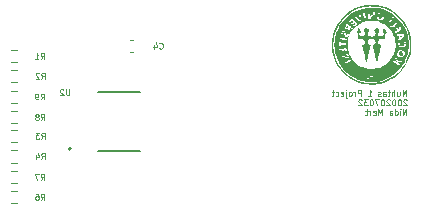
<source format=gbr>
%TF.GenerationSoftware,KiCad,Pcbnew,8.0.7*%
%TF.CreationDate,2024-12-14T18:53:43+03:00*%
%TF.ProjectId,pmod_esp32_4_layer.kicad_sch,706d6f64-5f65-4737-9033-325f345f6c61,rev?*%
%TF.SameCoordinates,Original*%
%TF.FileFunction,Legend,Bot*%
%TF.FilePolarity,Positive*%
%FSLAX46Y46*%
G04 Gerber Fmt 4.6, Leading zero omitted, Abs format (unit mm)*
G04 Created by KiCad (PCBNEW 8.0.7) date 2024-12-14 18:53:43*
%MOMM*%
%LPD*%
G01*
G04 APERTURE LIST*
%ADD10C,0.125000*%
%ADD11C,0.100000*%
%ADD12C,0.120000*%
%ADD13C,0.000000*%
%ADD14C,0.127000*%
%ADD15C,0.200000*%
G04 APERTURE END LIST*
D10*
X170898716Y-101722365D02*
X170898716Y-101222365D01*
X170898716Y-101222365D02*
X170732049Y-101579508D01*
X170732049Y-101579508D02*
X170565383Y-101222365D01*
X170565383Y-101222365D02*
X170565383Y-101722365D01*
X170113001Y-101389032D02*
X170113001Y-101722365D01*
X170327287Y-101389032D02*
X170327287Y-101650936D01*
X170327287Y-101650936D02*
X170303477Y-101698556D01*
X170303477Y-101698556D02*
X170255858Y-101722365D01*
X170255858Y-101722365D02*
X170184430Y-101722365D01*
X170184430Y-101722365D02*
X170136811Y-101698556D01*
X170136811Y-101698556D02*
X170113001Y-101674746D01*
X169874906Y-101722365D02*
X169874906Y-101222365D01*
X169660620Y-101722365D02*
X169660620Y-101460460D01*
X169660620Y-101460460D02*
X169684430Y-101412841D01*
X169684430Y-101412841D02*
X169732049Y-101389032D01*
X169732049Y-101389032D02*
X169803477Y-101389032D01*
X169803477Y-101389032D02*
X169851096Y-101412841D01*
X169851096Y-101412841D02*
X169874906Y-101436651D01*
X169493953Y-101389032D02*
X169303477Y-101389032D01*
X169422525Y-101222365D02*
X169422525Y-101650936D01*
X169422525Y-101650936D02*
X169398715Y-101698556D01*
X169398715Y-101698556D02*
X169351096Y-101722365D01*
X169351096Y-101722365D02*
X169303477Y-101722365D01*
X168922525Y-101722365D02*
X168922525Y-101460460D01*
X168922525Y-101460460D02*
X168946335Y-101412841D01*
X168946335Y-101412841D02*
X168993954Y-101389032D01*
X168993954Y-101389032D02*
X169089192Y-101389032D01*
X169089192Y-101389032D02*
X169136811Y-101412841D01*
X168922525Y-101698556D02*
X168970144Y-101722365D01*
X168970144Y-101722365D02*
X169089192Y-101722365D01*
X169089192Y-101722365D02*
X169136811Y-101698556D01*
X169136811Y-101698556D02*
X169160620Y-101650936D01*
X169160620Y-101650936D02*
X169160620Y-101603317D01*
X169160620Y-101603317D02*
X169136811Y-101555698D01*
X169136811Y-101555698D02*
X169089192Y-101531889D01*
X169089192Y-101531889D02*
X168970144Y-101531889D01*
X168970144Y-101531889D02*
X168922525Y-101508079D01*
X168708239Y-101698556D02*
X168660620Y-101722365D01*
X168660620Y-101722365D02*
X168565382Y-101722365D01*
X168565382Y-101722365D02*
X168517763Y-101698556D01*
X168517763Y-101698556D02*
X168493954Y-101650936D01*
X168493954Y-101650936D02*
X168493954Y-101627127D01*
X168493954Y-101627127D02*
X168517763Y-101579508D01*
X168517763Y-101579508D02*
X168565382Y-101555698D01*
X168565382Y-101555698D02*
X168636811Y-101555698D01*
X168636811Y-101555698D02*
X168684430Y-101531889D01*
X168684430Y-101531889D02*
X168708239Y-101484270D01*
X168708239Y-101484270D02*
X168708239Y-101460460D01*
X168708239Y-101460460D02*
X168684430Y-101412841D01*
X168684430Y-101412841D02*
X168636811Y-101389032D01*
X168636811Y-101389032D02*
X168565382Y-101389032D01*
X168565382Y-101389032D02*
X168517763Y-101412841D01*
X167636811Y-101722365D02*
X167922525Y-101722365D01*
X167779668Y-101722365D02*
X167779668Y-101222365D01*
X167779668Y-101222365D02*
X167827287Y-101293794D01*
X167827287Y-101293794D02*
X167874906Y-101341413D01*
X167874906Y-101341413D02*
X167922525Y-101365222D01*
X167041574Y-101722365D02*
X167041574Y-101222365D01*
X167041574Y-101222365D02*
X166851098Y-101222365D01*
X166851098Y-101222365D02*
X166803479Y-101246175D01*
X166803479Y-101246175D02*
X166779669Y-101269984D01*
X166779669Y-101269984D02*
X166755860Y-101317603D01*
X166755860Y-101317603D02*
X166755860Y-101389032D01*
X166755860Y-101389032D02*
X166779669Y-101436651D01*
X166779669Y-101436651D02*
X166803479Y-101460460D01*
X166803479Y-101460460D02*
X166851098Y-101484270D01*
X166851098Y-101484270D02*
X167041574Y-101484270D01*
X166541574Y-101722365D02*
X166541574Y-101389032D01*
X166541574Y-101484270D02*
X166517764Y-101436651D01*
X166517764Y-101436651D02*
X166493955Y-101412841D01*
X166493955Y-101412841D02*
X166446336Y-101389032D01*
X166446336Y-101389032D02*
X166398717Y-101389032D01*
X166160621Y-101722365D02*
X166208240Y-101698556D01*
X166208240Y-101698556D02*
X166232050Y-101674746D01*
X166232050Y-101674746D02*
X166255859Y-101627127D01*
X166255859Y-101627127D02*
X166255859Y-101484270D01*
X166255859Y-101484270D02*
X166232050Y-101436651D01*
X166232050Y-101436651D02*
X166208240Y-101412841D01*
X166208240Y-101412841D02*
X166160621Y-101389032D01*
X166160621Y-101389032D02*
X166089193Y-101389032D01*
X166089193Y-101389032D02*
X166041574Y-101412841D01*
X166041574Y-101412841D02*
X166017764Y-101436651D01*
X166017764Y-101436651D02*
X165993955Y-101484270D01*
X165993955Y-101484270D02*
X165993955Y-101627127D01*
X165993955Y-101627127D02*
X166017764Y-101674746D01*
X166017764Y-101674746D02*
X166041574Y-101698556D01*
X166041574Y-101698556D02*
X166089193Y-101722365D01*
X166089193Y-101722365D02*
X166160621Y-101722365D01*
X165779669Y-101389032D02*
X165779669Y-101817603D01*
X165779669Y-101817603D02*
X165803478Y-101865222D01*
X165803478Y-101865222D02*
X165851097Y-101889032D01*
X165851097Y-101889032D02*
X165874907Y-101889032D01*
X165779669Y-101222365D02*
X165803478Y-101246175D01*
X165803478Y-101246175D02*
X165779669Y-101269984D01*
X165779669Y-101269984D02*
X165755859Y-101246175D01*
X165755859Y-101246175D02*
X165779669Y-101222365D01*
X165779669Y-101222365D02*
X165779669Y-101269984D01*
X165351098Y-101698556D02*
X165398717Y-101722365D01*
X165398717Y-101722365D02*
X165493955Y-101722365D01*
X165493955Y-101722365D02*
X165541574Y-101698556D01*
X165541574Y-101698556D02*
X165565383Y-101650936D01*
X165565383Y-101650936D02*
X165565383Y-101460460D01*
X165565383Y-101460460D02*
X165541574Y-101412841D01*
X165541574Y-101412841D02*
X165493955Y-101389032D01*
X165493955Y-101389032D02*
X165398717Y-101389032D01*
X165398717Y-101389032D02*
X165351098Y-101412841D01*
X165351098Y-101412841D02*
X165327288Y-101460460D01*
X165327288Y-101460460D02*
X165327288Y-101508079D01*
X165327288Y-101508079D02*
X165565383Y-101555698D01*
X164898717Y-101698556D02*
X164946336Y-101722365D01*
X164946336Y-101722365D02*
X165041574Y-101722365D01*
X165041574Y-101722365D02*
X165089193Y-101698556D01*
X165089193Y-101698556D02*
X165113003Y-101674746D01*
X165113003Y-101674746D02*
X165136812Y-101627127D01*
X165136812Y-101627127D02*
X165136812Y-101484270D01*
X165136812Y-101484270D02*
X165113003Y-101436651D01*
X165113003Y-101436651D02*
X165089193Y-101412841D01*
X165089193Y-101412841D02*
X165041574Y-101389032D01*
X165041574Y-101389032D02*
X164946336Y-101389032D01*
X164946336Y-101389032D02*
X164898717Y-101412841D01*
X164755860Y-101389032D02*
X164565384Y-101389032D01*
X164684432Y-101222365D02*
X164684432Y-101650936D01*
X164684432Y-101650936D02*
X164660622Y-101698556D01*
X164660622Y-101698556D02*
X164613003Y-101722365D01*
X164613003Y-101722365D02*
X164565384Y-101722365D01*
X170922525Y-102074956D02*
X170898716Y-102051147D01*
X170898716Y-102051147D02*
X170851097Y-102027337D01*
X170851097Y-102027337D02*
X170732049Y-102027337D01*
X170732049Y-102027337D02*
X170684430Y-102051147D01*
X170684430Y-102051147D02*
X170660621Y-102074956D01*
X170660621Y-102074956D02*
X170636811Y-102122575D01*
X170636811Y-102122575D02*
X170636811Y-102170194D01*
X170636811Y-102170194D02*
X170660621Y-102241623D01*
X170660621Y-102241623D02*
X170946335Y-102527337D01*
X170946335Y-102527337D02*
X170636811Y-102527337D01*
X170327288Y-102027337D02*
X170279669Y-102027337D01*
X170279669Y-102027337D02*
X170232050Y-102051147D01*
X170232050Y-102051147D02*
X170208240Y-102074956D01*
X170208240Y-102074956D02*
X170184431Y-102122575D01*
X170184431Y-102122575D02*
X170160621Y-102217813D01*
X170160621Y-102217813D02*
X170160621Y-102336861D01*
X170160621Y-102336861D02*
X170184431Y-102432099D01*
X170184431Y-102432099D02*
X170208240Y-102479718D01*
X170208240Y-102479718D02*
X170232050Y-102503528D01*
X170232050Y-102503528D02*
X170279669Y-102527337D01*
X170279669Y-102527337D02*
X170327288Y-102527337D01*
X170327288Y-102527337D02*
X170374907Y-102503528D01*
X170374907Y-102503528D02*
X170398716Y-102479718D01*
X170398716Y-102479718D02*
X170422526Y-102432099D01*
X170422526Y-102432099D02*
X170446335Y-102336861D01*
X170446335Y-102336861D02*
X170446335Y-102217813D01*
X170446335Y-102217813D02*
X170422526Y-102122575D01*
X170422526Y-102122575D02*
X170398716Y-102074956D01*
X170398716Y-102074956D02*
X170374907Y-102051147D01*
X170374907Y-102051147D02*
X170327288Y-102027337D01*
X169851098Y-102027337D02*
X169803479Y-102027337D01*
X169803479Y-102027337D02*
X169755860Y-102051147D01*
X169755860Y-102051147D02*
X169732050Y-102074956D01*
X169732050Y-102074956D02*
X169708241Y-102122575D01*
X169708241Y-102122575D02*
X169684431Y-102217813D01*
X169684431Y-102217813D02*
X169684431Y-102336861D01*
X169684431Y-102336861D02*
X169708241Y-102432099D01*
X169708241Y-102432099D02*
X169732050Y-102479718D01*
X169732050Y-102479718D02*
X169755860Y-102503528D01*
X169755860Y-102503528D02*
X169803479Y-102527337D01*
X169803479Y-102527337D02*
X169851098Y-102527337D01*
X169851098Y-102527337D02*
X169898717Y-102503528D01*
X169898717Y-102503528D02*
X169922526Y-102479718D01*
X169922526Y-102479718D02*
X169946336Y-102432099D01*
X169946336Y-102432099D02*
X169970145Y-102336861D01*
X169970145Y-102336861D02*
X169970145Y-102217813D01*
X169970145Y-102217813D02*
X169946336Y-102122575D01*
X169946336Y-102122575D02*
X169922526Y-102074956D01*
X169922526Y-102074956D02*
X169898717Y-102051147D01*
X169898717Y-102051147D02*
X169851098Y-102027337D01*
X169493955Y-102074956D02*
X169470146Y-102051147D01*
X169470146Y-102051147D02*
X169422527Y-102027337D01*
X169422527Y-102027337D02*
X169303479Y-102027337D01*
X169303479Y-102027337D02*
X169255860Y-102051147D01*
X169255860Y-102051147D02*
X169232051Y-102074956D01*
X169232051Y-102074956D02*
X169208241Y-102122575D01*
X169208241Y-102122575D02*
X169208241Y-102170194D01*
X169208241Y-102170194D02*
X169232051Y-102241623D01*
X169232051Y-102241623D02*
X169517765Y-102527337D01*
X169517765Y-102527337D02*
X169208241Y-102527337D01*
X168898718Y-102027337D02*
X168851099Y-102027337D01*
X168851099Y-102027337D02*
X168803480Y-102051147D01*
X168803480Y-102051147D02*
X168779670Y-102074956D01*
X168779670Y-102074956D02*
X168755861Y-102122575D01*
X168755861Y-102122575D02*
X168732051Y-102217813D01*
X168732051Y-102217813D02*
X168732051Y-102336861D01*
X168732051Y-102336861D02*
X168755861Y-102432099D01*
X168755861Y-102432099D02*
X168779670Y-102479718D01*
X168779670Y-102479718D02*
X168803480Y-102503528D01*
X168803480Y-102503528D02*
X168851099Y-102527337D01*
X168851099Y-102527337D02*
X168898718Y-102527337D01*
X168898718Y-102527337D02*
X168946337Y-102503528D01*
X168946337Y-102503528D02*
X168970146Y-102479718D01*
X168970146Y-102479718D02*
X168993956Y-102432099D01*
X168993956Y-102432099D02*
X169017765Y-102336861D01*
X169017765Y-102336861D02*
X169017765Y-102217813D01*
X169017765Y-102217813D02*
X168993956Y-102122575D01*
X168993956Y-102122575D02*
X168970146Y-102074956D01*
X168970146Y-102074956D02*
X168946337Y-102051147D01*
X168946337Y-102051147D02*
X168898718Y-102027337D01*
X168565385Y-102027337D02*
X168232052Y-102027337D01*
X168232052Y-102027337D02*
X168446337Y-102527337D01*
X167946338Y-102027337D02*
X167898719Y-102027337D01*
X167898719Y-102027337D02*
X167851100Y-102051147D01*
X167851100Y-102051147D02*
X167827290Y-102074956D01*
X167827290Y-102074956D02*
X167803481Y-102122575D01*
X167803481Y-102122575D02*
X167779671Y-102217813D01*
X167779671Y-102217813D02*
X167779671Y-102336861D01*
X167779671Y-102336861D02*
X167803481Y-102432099D01*
X167803481Y-102432099D02*
X167827290Y-102479718D01*
X167827290Y-102479718D02*
X167851100Y-102503528D01*
X167851100Y-102503528D02*
X167898719Y-102527337D01*
X167898719Y-102527337D02*
X167946338Y-102527337D01*
X167946338Y-102527337D02*
X167993957Y-102503528D01*
X167993957Y-102503528D02*
X168017766Y-102479718D01*
X168017766Y-102479718D02*
X168041576Y-102432099D01*
X168041576Y-102432099D02*
X168065385Y-102336861D01*
X168065385Y-102336861D02*
X168065385Y-102217813D01*
X168065385Y-102217813D02*
X168041576Y-102122575D01*
X168041576Y-102122575D02*
X168017766Y-102074956D01*
X168017766Y-102074956D02*
X167993957Y-102051147D01*
X167993957Y-102051147D02*
X167946338Y-102027337D01*
X167613005Y-102027337D02*
X167303481Y-102027337D01*
X167303481Y-102027337D02*
X167470148Y-102217813D01*
X167470148Y-102217813D02*
X167398719Y-102217813D01*
X167398719Y-102217813D02*
X167351100Y-102241623D01*
X167351100Y-102241623D02*
X167327291Y-102265432D01*
X167327291Y-102265432D02*
X167303481Y-102313051D01*
X167303481Y-102313051D02*
X167303481Y-102432099D01*
X167303481Y-102432099D02*
X167327291Y-102479718D01*
X167327291Y-102479718D02*
X167351100Y-102503528D01*
X167351100Y-102503528D02*
X167398719Y-102527337D01*
X167398719Y-102527337D02*
X167541576Y-102527337D01*
X167541576Y-102527337D02*
X167589195Y-102503528D01*
X167589195Y-102503528D02*
X167613005Y-102479718D01*
X167113005Y-102074956D02*
X167089196Y-102051147D01*
X167089196Y-102051147D02*
X167041577Y-102027337D01*
X167041577Y-102027337D02*
X166922529Y-102027337D01*
X166922529Y-102027337D02*
X166874910Y-102051147D01*
X166874910Y-102051147D02*
X166851101Y-102074956D01*
X166851101Y-102074956D02*
X166827291Y-102122575D01*
X166827291Y-102122575D02*
X166827291Y-102170194D01*
X166827291Y-102170194D02*
X166851101Y-102241623D01*
X166851101Y-102241623D02*
X167136815Y-102527337D01*
X167136815Y-102527337D02*
X166827291Y-102527337D01*
X170898716Y-103332309D02*
X170898716Y-102832309D01*
X170898716Y-102832309D02*
X170613002Y-103332309D01*
X170613002Y-103332309D02*
X170613002Y-102832309D01*
X170374906Y-103332309D02*
X170374906Y-102998976D01*
X170374906Y-102832309D02*
X170398715Y-102856119D01*
X170398715Y-102856119D02*
X170374906Y-102879928D01*
X170374906Y-102879928D02*
X170351096Y-102856119D01*
X170351096Y-102856119D02*
X170374906Y-102832309D01*
X170374906Y-102832309D02*
X170374906Y-102879928D01*
X169922525Y-103332309D02*
X169922525Y-102832309D01*
X169922525Y-103308500D02*
X169970144Y-103332309D01*
X169970144Y-103332309D02*
X170065382Y-103332309D01*
X170065382Y-103332309D02*
X170113001Y-103308500D01*
X170113001Y-103308500D02*
X170136811Y-103284690D01*
X170136811Y-103284690D02*
X170160620Y-103237071D01*
X170160620Y-103237071D02*
X170160620Y-103094214D01*
X170160620Y-103094214D02*
X170136811Y-103046595D01*
X170136811Y-103046595D02*
X170113001Y-103022785D01*
X170113001Y-103022785D02*
X170065382Y-102998976D01*
X170065382Y-102998976D02*
X169970144Y-102998976D01*
X169970144Y-102998976D02*
X169922525Y-103022785D01*
X169470144Y-103332309D02*
X169470144Y-103070404D01*
X169470144Y-103070404D02*
X169493954Y-103022785D01*
X169493954Y-103022785D02*
X169541573Y-102998976D01*
X169541573Y-102998976D02*
X169636811Y-102998976D01*
X169636811Y-102998976D02*
X169684430Y-103022785D01*
X169470144Y-103308500D02*
X169517763Y-103332309D01*
X169517763Y-103332309D02*
X169636811Y-103332309D01*
X169636811Y-103332309D02*
X169684430Y-103308500D01*
X169684430Y-103308500D02*
X169708239Y-103260880D01*
X169708239Y-103260880D02*
X169708239Y-103213261D01*
X169708239Y-103213261D02*
X169684430Y-103165642D01*
X169684430Y-103165642D02*
X169636811Y-103141833D01*
X169636811Y-103141833D02*
X169517763Y-103141833D01*
X169517763Y-103141833D02*
X169470144Y-103118023D01*
X168851097Y-103332309D02*
X168851097Y-102832309D01*
X168851097Y-102832309D02*
X168684430Y-103189452D01*
X168684430Y-103189452D02*
X168517764Y-102832309D01*
X168517764Y-102832309D02*
X168517764Y-103332309D01*
X168089192Y-103308500D02*
X168136811Y-103332309D01*
X168136811Y-103332309D02*
X168232049Y-103332309D01*
X168232049Y-103332309D02*
X168279668Y-103308500D01*
X168279668Y-103308500D02*
X168303477Y-103260880D01*
X168303477Y-103260880D02*
X168303477Y-103070404D01*
X168303477Y-103070404D02*
X168279668Y-103022785D01*
X168279668Y-103022785D02*
X168232049Y-102998976D01*
X168232049Y-102998976D02*
X168136811Y-102998976D01*
X168136811Y-102998976D02*
X168089192Y-103022785D01*
X168089192Y-103022785D02*
X168065382Y-103070404D01*
X168065382Y-103070404D02*
X168065382Y-103118023D01*
X168065382Y-103118023D02*
X168303477Y-103165642D01*
X167851097Y-103332309D02*
X167851097Y-102998976D01*
X167851097Y-103094214D02*
X167827287Y-103046595D01*
X167827287Y-103046595D02*
X167803478Y-103022785D01*
X167803478Y-103022785D02*
X167755859Y-102998976D01*
X167755859Y-102998976D02*
X167708240Y-102998976D01*
X167613001Y-102998976D02*
X167422525Y-102998976D01*
X167541573Y-102832309D02*
X167541573Y-103260880D01*
X167541573Y-103260880D02*
X167517763Y-103308500D01*
X167517763Y-103308500D02*
X167470144Y-103332309D01*
X167470144Y-103332309D02*
X167422525Y-103332309D01*
D11*
X139933333Y-108842777D02*
X140099999Y-108604682D01*
X140219047Y-108842777D02*
X140219047Y-108342777D01*
X140219047Y-108342777D02*
X140028571Y-108342777D01*
X140028571Y-108342777D02*
X139980952Y-108366587D01*
X139980952Y-108366587D02*
X139957142Y-108390396D01*
X139957142Y-108390396D02*
X139933333Y-108438015D01*
X139933333Y-108438015D02*
X139933333Y-108509444D01*
X139933333Y-108509444D02*
X139957142Y-108557063D01*
X139957142Y-108557063D02*
X139980952Y-108580872D01*
X139980952Y-108580872D02*
X140028571Y-108604682D01*
X140028571Y-108604682D02*
X140219047Y-108604682D01*
X139766666Y-108342777D02*
X139433333Y-108342777D01*
X139433333Y-108342777D02*
X139647618Y-108842777D01*
X139933333Y-98604683D02*
X140099999Y-98366588D01*
X140219047Y-98604683D02*
X140219047Y-98104683D01*
X140219047Y-98104683D02*
X140028571Y-98104683D01*
X140028571Y-98104683D02*
X139980952Y-98128493D01*
X139980952Y-98128493D02*
X139957142Y-98152302D01*
X139957142Y-98152302D02*
X139933333Y-98199921D01*
X139933333Y-98199921D02*
X139933333Y-98271350D01*
X139933333Y-98271350D02*
X139957142Y-98318969D01*
X139957142Y-98318969D02*
X139980952Y-98342778D01*
X139980952Y-98342778D02*
X140028571Y-98366588D01*
X140028571Y-98366588D02*
X140219047Y-98366588D01*
X139457142Y-98604683D02*
X139742856Y-98604683D01*
X139599999Y-98604683D02*
X139599999Y-98104683D01*
X139599999Y-98104683D02*
X139647618Y-98176112D01*
X139647618Y-98176112D02*
X139695237Y-98223731D01*
X139695237Y-98223731D02*
X139742856Y-98247540D01*
X139995833Y-107061822D02*
X140162499Y-106823727D01*
X140281547Y-107061822D02*
X140281547Y-106561822D01*
X140281547Y-106561822D02*
X140091071Y-106561822D01*
X140091071Y-106561822D02*
X140043452Y-106585632D01*
X140043452Y-106585632D02*
X140019642Y-106609441D01*
X140019642Y-106609441D02*
X139995833Y-106657060D01*
X139995833Y-106657060D02*
X139995833Y-106728489D01*
X139995833Y-106728489D02*
X140019642Y-106776108D01*
X140019642Y-106776108D02*
X140043452Y-106799917D01*
X140043452Y-106799917D02*
X140091071Y-106823727D01*
X140091071Y-106823727D02*
X140281547Y-106823727D01*
X139567261Y-106728489D02*
X139567261Y-107061822D01*
X139686309Y-106538013D02*
X139805356Y-106895155D01*
X139805356Y-106895155D02*
X139495833Y-106895155D01*
X139945833Y-103776109D02*
X140112499Y-103538014D01*
X140231547Y-103776109D02*
X140231547Y-103276109D01*
X140231547Y-103276109D02*
X140041071Y-103276109D01*
X140041071Y-103276109D02*
X139993452Y-103299919D01*
X139993452Y-103299919D02*
X139969642Y-103323728D01*
X139969642Y-103323728D02*
X139945833Y-103371347D01*
X139945833Y-103371347D02*
X139945833Y-103442776D01*
X139945833Y-103442776D02*
X139969642Y-103490395D01*
X139969642Y-103490395D02*
X139993452Y-103514204D01*
X139993452Y-103514204D02*
X140041071Y-103538014D01*
X140041071Y-103538014D02*
X140231547Y-103538014D01*
X139660118Y-103490395D02*
X139707737Y-103466585D01*
X139707737Y-103466585D02*
X139731547Y-103442776D01*
X139731547Y-103442776D02*
X139755356Y-103395157D01*
X139755356Y-103395157D02*
X139755356Y-103371347D01*
X139755356Y-103371347D02*
X139731547Y-103323728D01*
X139731547Y-103323728D02*
X139707737Y-103299919D01*
X139707737Y-103299919D02*
X139660118Y-103276109D01*
X139660118Y-103276109D02*
X139564880Y-103276109D01*
X139564880Y-103276109D02*
X139517261Y-103299919D01*
X139517261Y-103299919D02*
X139493452Y-103323728D01*
X139493452Y-103323728D02*
X139469642Y-103371347D01*
X139469642Y-103371347D02*
X139469642Y-103395157D01*
X139469642Y-103395157D02*
X139493452Y-103442776D01*
X139493452Y-103442776D02*
X139517261Y-103466585D01*
X139517261Y-103466585D02*
X139564880Y-103490395D01*
X139564880Y-103490395D02*
X139660118Y-103490395D01*
X139660118Y-103490395D02*
X139707737Y-103514204D01*
X139707737Y-103514204D02*
X139731547Y-103538014D01*
X139731547Y-103538014D02*
X139755356Y-103585633D01*
X139755356Y-103585633D02*
X139755356Y-103680871D01*
X139755356Y-103680871D02*
X139731547Y-103728490D01*
X139731547Y-103728490D02*
X139707737Y-103752300D01*
X139707737Y-103752300D02*
X139660118Y-103776109D01*
X139660118Y-103776109D02*
X139564880Y-103776109D01*
X139564880Y-103776109D02*
X139517261Y-103752300D01*
X139517261Y-103752300D02*
X139493452Y-103728490D01*
X139493452Y-103728490D02*
X139469642Y-103680871D01*
X139469642Y-103680871D02*
X139469642Y-103585633D01*
X139469642Y-103585633D02*
X139493452Y-103538014D01*
X139493452Y-103538014D02*
X139517261Y-103514204D01*
X139517261Y-103514204D02*
X139564880Y-103490395D01*
X139983333Y-100283254D02*
X140149999Y-100045159D01*
X140269047Y-100283254D02*
X140269047Y-99783254D01*
X140269047Y-99783254D02*
X140078571Y-99783254D01*
X140078571Y-99783254D02*
X140030952Y-99807064D01*
X140030952Y-99807064D02*
X140007142Y-99830873D01*
X140007142Y-99830873D02*
X139983333Y-99878492D01*
X139983333Y-99878492D02*
X139983333Y-99949921D01*
X139983333Y-99949921D02*
X140007142Y-99997540D01*
X140007142Y-99997540D02*
X140030952Y-100021349D01*
X140030952Y-100021349D02*
X140078571Y-100045159D01*
X140078571Y-100045159D02*
X140269047Y-100045159D01*
X139792856Y-99830873D02*
X139769047Y-99807064D01*
X139769047Y-99807064D02*
X139721428Y-99783254D01*
X139721428Y-99783254D02*
X139602380Y-99783254D01*
X139602380Y-99783254D02*
X139554761Y-99807064D01*
X139554761Y-99807064D02*
X139530952Y-99830873D01*
X139530952Y-99830873D02*
X139507142Y-99878492D01*
X139507142Y-99878492D02*
X139507142Y-99926111D01*
X139507142Y-99926111D02*
X139530952Y-99997540D01*
X139530952Y-99997540D02*
X139816666Y-100283254D01*
X139816666Y-100283254D02*
X139507142Y-100283254D01*
X142360952Y-101151109D02*
X142360952Y-101555871D01*
X142360952Y-101555871D02*
X142337142Y-101603490D01*
X142337142Y-101603490D02*
X142313333Y-101627300D01*
X142313333Y-101627300D02*
X142265714Y-101651109D01*
X142265714Y-101651109D02*
X142170476Y-101651109D01*
X142170476Y-101651109D02*
X142122857Y-101627300D01*
X142122857Y-101627300D02*
X142099047Y-101603490D01*
X142099047Y-101603490D02*
X142075238Y-101555871D01*
X142075238Y-101555871D02*
X142075238Y-101151109D01*
X141860951Y-101198728D02*
X141837142Y-101174919D01*
X141837142Y-101174919D02*
X141789523Y-101151109D01*
X141789523Y-101151109D02*
X141670475Y-101151109D01*
X141670475Y-101151109D02*
X141622856Y-101174919D01*
X141622856Y-101174919D02*
X141599047Y-101198728D01*
X141599047Y-101198728D02*
X141575237Y-101246347D01*
X141575237Y-101246347D02*
X141575237Y-101293966D01*
X141575237Y-101293966D02*
X141599047Y-101365395D01*
X141599047Y-101365395D02*
X141884761Y-101651109D01*
X141884761Y-101651109D02*
X141575237Y-101651109D01*
X139933333Y-102026109D02*
X140099999Y-101788014D01*
X140219047Y-102026109D02*
X140219047Y-101526109D01*
X140219047Y-101526109D02*
X140028571Y-101526109D01*
X140028571Y-101526109D02*
X139980952Y-101549919D01*
X139980952Y-101549919D02*
X139957142Y-101573728D01*
X139957142Y-101573728D02*
X139933333Y-101621347D01*
X139933333Y-101621347D02*
X139933333Y-101692776D01*
X139933333Y-101692776D02*
X139957142Y-101740395D01*
X139957142Y-101740395D02*
X139980952Y-101764204D01*
X139980952Y-101764204D02*
X140028571Y-101788014D01*
X140028571Y-101788014D02*
X140219047Y-101788014D01*
X139695237Y-102026109D02*
X139599999Y-102026109D01*
X139599999Y-102026109D02*
X139552380Y-102002300D01*
X139552380Y-102002300D02*
X139528571Y-101978490D01*
X139528571Y-101978490D02*
X139480952Y-101907061D01*
X139480952Y-101907061D02*
X139457142Y-101811823D01*
X139457142Y-101811823D02*
X139457142Y-101621347D01*
X139457142Y-101621347D02*
X139480952Y-101573728D01*
X139480952Y-101573728D02*
X139504761Y-101549919D01*
X139504761Y-101549919D02*
X139552380Y-101526109D01*
X139552380Y-101526109D02*
X139647618Y-101526109D01*
X139647618Y-101526109D02*
X139695237Y-101549919D01*
X139695237Y-101549919D02*
X139719047Y-101573728D01*
X139719047Y-101573728D02*
X139742856Y-101621347D01*
X139742856Y-101621347D02*
X139742856Y-101740395D01*
X139742856Y-101740395D02*
X139719047Y-101788014D01*
X139719047Y-101788014D02*
X139695237Y-101811823D01*
X139695237Y-101811823D02*
X139647618Y-101835633D01*
X139647618Y-101835633D02*
X139552380Y-101835633D01*
X139552380Y-101835633D02*
X139504761Y-101811823D01*
X139504761Y-101811823D02*
X139480952Y-101788014D01*
X139480952Y-101788014D02*
X139457142Y-101740395D01*
X139945833Y-110533251D02*
X140112499Y-110295156D01*
X140231547Y-110533251D02*
X140231547Y-110033251D01*
X140231547Y-110033251D02*
X140041071Y-110033251D01*
X140041071Y-110033251D02*
X139993452Y-110057061D01*
X139993452Y-110057061D02*
X139969642Y-110080870D01*
X139969642Y-110080870D02*
X139945833Y-110128489D01*
X139945833Y-110128489D02*
X139945833Y-110199918D01*
X139945833Y-110199918D02*
X139969642Y-110247537D01*
X139969642Y-110247537D02*
X139993452Y-110271346D01*
X139993452Y-110271346D02*
X140041071Y-110295156D01*
X140041071Y-110295156D02*
X140231547Y-110295156D01*
X139517261Y-110033251D02*
X139612499Y-110033251D01*
X139612499Y-110033251D02*
X139660118Y-110057061D01*
X139660118Y-110057061D02*
X139683928Y-110080870D01*
X139683928Y-110080870D02*
X139731547Y-110152299D01*
X139731547Y-110152299D02*
X139755356Y-110247537D01*
X139755356Y-110247537D02*
X139755356Y-110438013D01*
X139755356Y-110438013D02*
X139731547Y-110485632D01*
X139731547Y-110485632D02*
X139707737Y-110509442D01*
X139707737Y-110509442D02*
X139660118Y-110533251D01*
X139660118Y-110533251D02*
X139564880Y-110533251D01*
X139564880Y-110533251D02*
X139517261Y-110509442D01*
X139517261Y-110509442D02*
X139493452Y-110485632D01*
X139493452Y-110485632D02*
X139469642Y-110438013D01*
X139469642Y-110438013D02*
X139469642Y-110318965D01*
X139469642Y-110318965D02*
X139493452Y-110271346D01*
X139493452Y-110271346D02*
X139517261Y-110247537D01*
X139517261Y-110247537D02*
X139564880Y-110223727D01*
X139564880Y-110223727D02*
X139660118Y-110223727D01*
X139660118Y-110223727D02*
X139707737Y-110247537D01*
X139707737Y-110247537D02*
X139731547Y-110271346D01*
X139731547Y-110271346D02*
X139755356Y-110318965D01*
X149970833Y-97678490D02*
X149994642Y-97702300D01*
X149994642Y-97702300D02*
X150066071Y-97726109D01*
X150066071Y-97726109D02*
X150113690Y-97726109D01*
X150113690Y-97726109D02*
X150185118Y-97702300D01*
X150185118Y-97702300D02*
X150232737Y-97654680D01*
X150232737Y-97654680D02*
X150256547Y-97607061D01*
X150256547Y-97607061D02*
X150280356Y-97511823D01*
X150280356Y-97511823D02*
X150280356Y-97440395D01*
X150280356Y-97440395D02*
X150256547Y-97345157D01*
X150256547Y-97345157D02*
X150232737Y-97297538D01*
X150232737Y-97297538D02*
X150185118Y-97249919D01*
X150185118Y-97249919D02*
X150113690Y-97226109D01*
X150113690Y-97226109D02*
X150066071Y-97226109D01*
X150066071Y-97226109D02*
X149994642Y-97249919D01*
X149994642Y-97249919D02*
X149970833Y-97273728D01*
X149542261Y-97392776D02*
X149542261Y-97726109D01*
X149661309Y-97202300D02*
X149780356Y-97559442D01*
X149780356Y-97559442D02*
X149470833Y-97559442D01*
X139983333Y-105359443D02*
X140149999Y-105121348D01*
X140269047Y-105359443D02*
X140269047Y-104859443D01*
X140269047Y-104859443D02*
X140078571Y-104859443D01*
X140078571Y-104859443D02*
X140030952Y-104883253D01*
X140030952Y-104883253D02*
X140007142Y-104907062D01*
X140007142Y-104907062D02*
X139983333Y-104954681D01*
X139983333Y-104954681D02*
X139983333Y-105026110D01*
X139983333Y-105026110D02*
X140007142Y-105073729D01*
X140007142Y-105073729D02*
X140030952Y-105097538D01*
X140030952Y-105097538D02*
X140078571Y-105121348D01*
X140078571Y-105121348D02*
X140269047Y-105121348D01*
X139816666Y-104859443D02*
X139507142Y-104859443D01*
X139507142Y-104859443D02*
X139673809Y-105049919D01*
X139673809Y-105049919D02*
X139602380Y-105049919D01*
X139602380Y-105049919D02*
X139554761Y-105073729D01*
X139554761Y-105073729D02*
X139530952Y-105097538D01*
X139530952Y-105097538D02*
X139507142Y-105145157D01*
X139507142Y-105145157D02*
X139507142Y-105264205D01*
X139507142Y-105264205D02*
X139530952Y-105311824D01*
X139530952Y-105311824D02*
X139554761Y-105335634D01*
X139554761Y-105335634D02*
X139602380Y-105359443D01*
X139602380Y-105359443D02*
X139745237Y-105359443D01*
X139745237Y-105359443D02*
X139792856Y-105335634D01*
X139792856Y-105335634D02*
X139816666Y-105311824D01*
D12*
%TO.C,R7*%
X137904724Y-108077500D02*
X137395276Y-108077500D01*
X137904724Y-109122500D02*
X137395276Y-109122500D01*
%TO.C,R1*%
X137904724Y-97806074D02*
X137395276Y-97806074D01*
X137904724Y-98851074D02*
X137395276Y-98851074D01*
%TO.C,R4*%
X137904724Y-106327500D02*
X137395276Y-106327500D01*
X137904724Y-107372500D02*
X137395276Y-107372500D01*
%TO.C,R8*%
X137904724Y-102977500D02*
X137395276Y-102977500D01*
X137904724Y-104022500D02*
X137395276Y-104022500D01*
D13*
%TO.C,G\u002A\u002A\u002A*%
G36*
X165882121Y-95804901D02*
G01*
X165926771Y-95836999D01*
X165932163Y-95841252D01*
X165970303Y-95875462D01*
X165975337Y-95900199D01*
X165951552Y-95931880D01*
X165926457Y-95955796D01*
X165877406Y-95974078D01*
X165830221Y-95947904D01*
X165818345Y-95934354D01*
X165804242Y-95885796D01*
X165832171Y-95827136D01*
X165833950Y-95824714D01*
X165856639Y-95801375D01*
X165882121Y-95804901D01*
G37*
G36*
X170489850Y-96630356D02*
G01*
X170543679Y-96634281D01*
X170564706Y-96640426D01*
X170560999Y-96646074D01*
X170530077Y-96672604D01*
X170478024Y-96710160D01*
X170440493Y-96734260D01*
X170394177Y-96752214D01*
X170365670Y-96735601D01*
X170343974Y-96682123D01*
X170338266Y-96658777D01*
X170344605Y-96639085D01*
X170377258Y-96631098D01*
X170446405Y-96629595D01*
X170489850Y-96630356D01*
G37*
G36*
X170483680Y-97955561D02*
G01*
X170559097Y-97999232D01*
X170613705Y-98062030D01*
X170634743Y-98131493D01*
X170619496Y-98195463D01*
X170573072Y-98264834D01*
X170509681Y-98310099D01*
X170473485Y-98319973D01*
X170388835Y-98314339D01*
X170313157Y-98275421D01*
X170258738Y-98211350D01*
X170237868Y-98130255D01*
X170246383Y-98070302D01*
X170288389Y-97996452D01*
X170357288Y-97951940D01*
X170443857Y-97945057D01*
X170483680Y-97955561D01*
G37*
G36*
X171324148Y-97447596D02*
G01*
X171316514Y-97676058D01*
X171298066Y-97888322D01*
X171268928Y-98069747D01*
X171251819Y-98145778D01*
X171137858Y-98530007D01*
X170983383Y-98893233D01*
X170790179Y-99232967D01*
X170560026Y-99546723D01*
X170294708Y-99832012D01*
X169996008Y-100086346D01*
X169665707Y-100307238D01*
X169620783Y-100333127D01*
X169325806Y-100480253D01*
X169007727Y-100603991D01*
X168682346Y-100698848D01*
X168365465Y-100759330D01*
X168359077Y-100760157D01*
X168266129Y-100768024D01*
X168143177Y-100773194D01*
X168005479Y-100775229D01*
X167868291Y-100773687D01*
X167649971Y-100761728D01*
X167260908Y-100707122D01*
X166890554Y-100610005D01*
X166537954Y-100469967D01*
X166202155Y-100286597D01*
X165882204Y-100059487D01*
X165577148Y-99788225D01*
X165478241Y-99687177D01*
X165233224Y-99397741D01*
X165027067Y-99089117D01*
X164857529Y-98757137D01*
X164722367Y-98397630D01*
X164619341Y-98006426D01*
X164604651Y-97928832D01*
X164591604Y-97828005D01*
X164583337Y-97711096D01*
X164579177Y-97567928D01*
X164578725Y-97456045D01*
X164708666Y-97456045D01*
X164713355Y-97644547D01*
X164726820Y-97806210D01*
X164747459Y-97945466D01*
X164834810Y-98321384D01*
X164965613Y-98684415D01*
X165137836Y-99029519D01*
X165349450Y-99351658D01*
X165364275Y-99371181D01*
X165477633Y-99506278D01*
X165615993Y-99652832D01*
X165767062Y-99798880D01*
X165918553Y-99932457D01*
X166058174Y-100041600D01*
X166163218Y-100113298D01*
X166464110Y-100285783D01*
X166788959Y-100429680D01*
X167125069Y-100539831D01*
X167459743Y-100611079D01*
X167567640Y-100625208D01*
X167891986Y-100644121D01*
X168226902Y-100631966D01*
X168556389Y-100589795D01*
X168864445Y-100518661D01*
X169183508Y-100407787D01*
X169529001Y-100243383D01*
X169848501Y-100041849D01*
X170140002Y-99805283D01*
X170401501Y-99535782D01*
X170630995Y-99235446D01*
X170826478Y-98906373D01*
X170985947Y-98550659D01*
X171107398Y-98170404D01*
X171122299Y-98111678D01*
X171146287Y-98005635D01*
X171163304Y-97906027D01*
X171174998Y-97799575D01*
X171183019Y-97672996D01*
X171189016Y-97513009D01*
X171191209Y-97267550D01*
X171179652Y-97040068D01*
X171151983Y-96829042D01*
X171106254Y-96619835D01*
X171040514Y-96397809D01*
X170906902Y-96054580D01*
X170727888Y-95714792D01*
X170512826Y-95401924D01*
X170264183Y-95118188D01*
X169984430Y-94865797D01*
X169676034Y-94646962D01*
X169341464Y-94463898D01*
X168983189Y-94318815D01*
X168603677Y-94213926D01*
X168518193Y-94198771D01*
X168365072Y-94180858D01*
X168188798Y-94167973D01*
X168003144Y-94160596D01*
X167821884Y-94159211D01*
X167658794Y-94164296D01*
X167527648Y-94176335D01*
X167293968Y-94217654D01*
X166919386Y-94319956D01*
X166565226Y-94462105D01*
X166233951Y-94641803D01*
X165928022Y-94856752D01*
X165649901Y-95104653D01*
X165402049Y-95383207D01*
X165186929Y-95690117D01*
X165007002Y-96023084D01*
X164864730Y-96379810D01*
X164762574Y-96757996D01*
X164742084Y-96880878D01*
X164723546Y-97059073D01*
X164712235Y-97255841D01*
X164708666Y-97456045D01*
X164578725Y-97456045D01*
X164578451Y-97388327D01*
X164579799Y-97231596D01*
X164583315Y-97103100D01*
X164590029Y-96998462D01*
X164600997Y-96906043D01*
X164617277Y-96814203D01*
X164639926Y-96711305D01*
X164679058Y-96555241D01*
X164792485Y-96199642D01*
X164934241Y-95874942D01*
X165108106Y-95574232D01*
X165317864Y-95290605D01*
X165567294Y-95017152D01*
X165690674Y-94898532D01*
X165968803Y-94666630D01*
X166260330Y-94473307D01*
X166574288Y-94312975D01*
X166919708Y-94180043D01*
X166987796Y-94158018D01*
X167169896Y-94106631D01*
X167346631Y-94069910D01*
X167530870Y-94046012D01*
X167735485Y-94033099D01*
X167973346Y-94029327D01*
X168048344Y-94029744D01*
X168266093Y-94036703D01*
X168457036Y-94053987D01*
X168635918Y-94083875D01*
X168817488Y-94128648D01*
X169016491Y-94190584D01*
X169143080Y-94235829D01*
X169500042Y-94395668D01*
X169832795Y-94593467D01*
X170138903Y-94826413D01*
X170415932Y-95091693D01*
X170661447Y-95386496D01*
X170873013Y-95708010D01*
X171048196Y-96053421D01*
X171184560Y-96419918D01*
X171279670Y-96804687D01*
X171280920Y-96811433D01*
X171306475Y-97000642D01*
X171320843Y-97217577D01*
X171321561Y-97267550D01*
X171324148Y-97447596D01*
G37*
G36*
X167750254Y-97380328D02*
G01*
X167811718Y-97400000D01*
X167837266Y-97405977D01*
X167856618Y-97433416D01*
X167856558Y-97434855D01*
X167850183Y-97471636D01*
X167834466Y-97545126D01*
X167811071Y-97648478D01*
X167781661Y-97774842D01*
X167747897Y-97917371D01*
X167711442Y-98069217D01*
X167673958Y-98223530D01*
X167637109Y-98373463D01*
X167602556Y-98512168D01*
X167571963Y-98632796D01*
X167546990Y-98728499D01*
X167529302Y-98792428D01*
X167520561Y-98817736D01*
X167518714Y-98819409D01*
X167495272Y-98820700D01*
X167493091Y-98815538D01*
X167480620Y-98773510D01*
X167459064Y-98694103D01*
X167429882Y-98582917D01*
X167394534Y-98445552D01*
X167354480Y-98287607D01*
X167311181Y-98114683D01*
X167295782Y-98052724D01*
X167250054Y-97867168D01*
X167214892Y-97720855D01*
X167189412Y-97609172D01*
X167172735Y-97527501D01*
X167163979Y-97471227D01*
X167162265Y-97435735D01*
X167166710Y-97416409D01*
X167176434Y-97408633D01*
X167236789Y-97385717D01*
X167266989Y-97364981D01*
X167483088Y-97364981D01*
X167485722Y-97381091D01*
X167506434Y-97400000D01*
X167517174Y-97396049D01*
X167529780Y-97364981D01*
X167527146Y-97348872D01*
X167506434Y-97329963D01*
X167495694Y-97333914D01*
X167483088Y-97364981D01*
X167266989Y-97364981D01*
X167327606Y-97323359D01*
X167385215Y-97242959D01*
X167406780Y-97152523D01*
X167389468Y-97060059D01*
X167330444Y-96973575D01*
X167309165Y-96954192D01*
X167255399Y-96921073D01*
X167185054Y-96900271D01*
X167088197Y-96889481D01*
X166954895Y-96886397D01*
X166782721Y-96886397D01*
X166782721Y-96654565D01*
X166782711Y-96633551D01*
X166781828Y-96534760D01*
X166778185Y-96472348D01*
X166769914Y-96437505D01*
X166755149Y-96421417D01*
X166732022Y-96415272D01*
X166701714Y-96407379D01*
X166673070Y-96383980D01*
X166680775Y-96360277D01*
X166726030Y-96349448D01*
X166762888Y-96348186D01*
X166775106Y-96337377D01*
X166751321Y-96306755D01*
X166740912Y-96294663D01*
X166716288Y-96247517D01*
X166725824Y-96198753D01*
X166771048Y-96135080D01*
X166779193Y-96124933D01*
X166814908Y-96066624D01*
X166829412Y-96017971D01*
X166830448Y-95995299D01*
X166842604Y-95983018D01*
X166878916Y-96003093D01*
X166892092Y-96013455D01*
X166937802Y-96063800D01*
X166981770Y-96128505D01*
X167035121Y-96221048D01*
X166961449Y-96284620D01*
X166887776Y-96348192D01*
X166963649Y-96348820D01*
X167019865Y-96357384D01*
X167039522Y-96384467D01*
X167025088Y-96409045D01*
X166969486Y-96419485D01*
X166939301Y-96420852D01*
X166907061Y-96436015D01*
X166899449Y-96477481D01*
X166900453Y-96488817D01*
X166922273Y-96547279D01*
X166963649Y-96607323D01*
X166995598Y-96637911D01*
X167084465Y-96685101D01*
X167179154Y-96693931D01*
X167269080Y-96666720D01*
X167343654Y-96605787D01*
X167392290Y-96513449D01*
X167399297Y-96489427D01*
X167408968Y-96436274D01*
X167396919Y-96398233D01*
X167358543Y-96353473D01*
X167321224Y-96303927D01*
X167292810Y-96217085D01*
X167301660Y-96132140D01*
X167343617Y-96059089D01*
X167414525Y-96007928D01*
X167510228Y-95988653D01*
X167570354Y-95996815D01*
X167646707Y-96038033D01*
X167697238Y-96104816D01*
X167717883Y-96186766D01*
X167704579Y-96273487D01*
X167653262Y-96354582D01*
X167628336Y-96381320D01*
X167604853Y-96417420D01*
X167604638Y-96456614D01*
X167624080Y-96519279D01*
X167648364Y-96572243D01*
X167715559Y-96644081D01*
X167815105Y-96685966D01*
X167950000Y-96699560D01*
X168024796Y-96695875D01*
X168141588Y-96667413D01*
X168224232Y-96609668D01*
X168275235Y-96521268D01*
X168286651Y-96487179D01*
X168296426Y-96437800D01*
X168284146Y-96399493D01*
X168246053Y-96350221D01*
X168240973Y-96344015D01*
X168194135Y-96254614D01*
X168187356Y-96163976D01*
X168217184Y-96082065D01*
X168280167Y-96018842D01*
X168372852Y-95984269D01*
X168427006Y-95980363D01*
X168477344Y-95995987D01*
X168535104Y-96040463D01*
X168579634Y-96089828D01*
X168614394Y-96174809D01*
X168603278Y-96262545D01*
X168546126Y-96348599D01*
X168527576Y-96368296D01*
X168496899Y-96409964D01*
X168492019Y-96450872D01*
X168507711Y-96513449D01*
X168523623Y-96554519D01*
X168584050Y-96634404D01*
X168666124Y-96681946D01*
X168759257Y-96694826D01*
X168852861Y-96670724D01*
X168936351Y-96607323D01*
X168947657Y-96593764D01*
X168985343Y-96531879D01*
X169000552Y-96477481D01*
X168998900Y-96452486D01*
X168980590Y-96425788D01*
X168930515Y-96419485D01*
X168881359Y-96412268D01*
X168860478Y-96384467D01*
X168877837Y-96358437D01*
X168936351Y-96348352D01*
X169012225Y-96347256D01*
X168938721Y-96288824D01*
X168921807Y-96275222D01*
X168885684Y-96239920D01*
X168879674Y-96209106D01*
X168897887Y-96164907D01*
X168899578Y-96161585D01*
X168940265Y-96097335D01*
X168991058Y-96034137D01*
X169051562Y-95968853D01*
X169093663Y-96062888D01*
X169105086Y-96087060D01*
X169136698Y-96142998D01*
X169161540Y-96172854D01*
X169182397Y-96198719D01*
X169181762Y-96250265D01*
X169148680Y-96306755D01*
X169128256Y-96331054D01*
X169129329Y-96346662D01*
X169171293Y-96349448D01*
X169175829Y-96349482D01*
X169216470Y-96357928D01*
X169219104Y-96384467D01*
X169204971Y-96403236D01*
X169161473Y-96419485D01*
X169141984Y-96422919D01*
X169128751Y-96439266D01*
X169121300Y-96476972D01*
X169118015Y-96544479D01*
X169117280Y-96650226D01*
X169117280Y-96880966D01*
X168883432Y-96890359D01*
X168848463Y-96891793D01*
X168752480Y-96896949D01*
X168688506Y-96904704D01*
X168645139Y-96918172D01*
X168610981Y-96940467D01*
X168574633Y-96974702D01*
X168543292Y-97008839D01*
X168508867Y-97069218D01*
X168499683Y-97142115D01*
X168500063Y-97156763D01*
X168525177Y-97258263D01*
X168584249Y-97338719D01*
X168648717Y-97375351D01*
X168669778Y-97387318D01*
X168674978Y-97388968D01*
X168723720Y-97413779D01*
X168743750Y-97441694D01*
X168741173Y-97457131D01*
X168729384Y-97512990D01*
X168709532Y-97602332D01*
X168683254Y-97718145D01*
X168652186Y-97853419D01*
X168617966Y-98001143D01*
X168582232Y-98154306D01*
X168546621Y-98305897D01*
X168512771Y-98448906D01*
X168482318Y-98576321D01*
X168456900Y-98681132D01*
X168438154Y-98756328D01*
X168427717Y-98794899D01*
X168407668Y-98821864D01*
X168380004Y-98814122D01*
X168358795Y-98771553D01*
X168358648Y-98770929D01*
X168349623Y-98733254D01*
X168331212Y-98656922D01*
X168304976Y-98548387D01*
X168272477Y-98414102D01*
X168235275Y-98260520D01*
X168194931Y-98094097D01*
X168192360Y-98083490D01*
X168152791Y-97918957D01*
X168117213Y-97768688D01*
X168087054Y-97638901D01*
X168063745Y-97535810D01*
X168048711Y-97465633D01*
X168043383Y-97434584D01*
X168051425Y-97414893D01*
X168088283Y-97400000D01*
X168143194Y-97383926D01*
X168168717Y-97364981D01*
X168370221Y-97364981D01*
X168370898Y-97374285D01*
X168390170Y-97399272D01*
X168424059Y-97385071D01*
X168429974Y-97375351D01*
X168422674Y-97345410D01*
X168392189Y-97329963D01*
X168382096Y-97333903D01*
X168370221Y-97364981D01*
X168168717Y-97364981D01*
X168207156Y-97336448D01*
X168260749Y-97270983D01*
X168290125Y-97201170D01*
X168293574Y-97140821D01*
X168269278Y-97045476D01*
X168214485Y-96966157D01*
X168136765Y-96916896D01*
X168017199Y-96893181D01*
X167883553Y-96893113D01*
X167763236Y-96916896D01*
X167713271Y-96942771D01*
X167648712Y-97012129D01*
X167611723Y-97102940D01*
X167609875Y-97201170D01*
X167634942Y-97263880D01*
X167686712Y-97330407D01*
X167730720Y-97364981D01*
X167750254Y-97380328D01*
G37*
G36*
X169452291Y-94634928D02*
G01*
X169560869Y-94691416D01*
X169765238Y-94829635D01*
X169860723Y-94894213D01*
X170046774Y-95053814D01*
X170135572Y-95129988D01*
X170193006Y-95191952D01*
X170382546Y-95396440D01*
X170520176Y-95584099D01*
X170598774Y-95691267D01*
X170781389Y-96012167D01*
X170817483Y-96097299D01*
X170927521Y-96356838D01*
X171009928Y-96639408D01*
X171034300Y-96722978D01*
X171036466Y-96732614D01*
X171064390Y-96897294D01*
X171084001Y-97091822D01*
X171094829Y-97301136D01*
X171094832Y-97301531D01*
X171096405Y-97510177D01*
X171088261Y-97703881D01*
X171069927Y-97867189D01*
X171012145Y-98146883D01*
X171001770Y-98180036D01*
X170896268Y-98517147D01*
X170793622Y-98744993D01*
X170739421Y-98865306D01*
X170542074Y-99190502D01*
X170304696Y-99491879D01*
X170027758Y-99768580D01*
X169774108Y-99968634D01*
X169737847Y-99991177D01*
X169475921Y-100154013D01*
X169153908Y-100309982D01*
X168817287Y-100432102D01*
X168475276Y-100515938D01*
X168471252Y-100516675D01*
X168363397Y-100531703D01*
X168234549Y-100540661D01*
X168076230Y-100543918D01*
X167879963Y-100541844D01*
X167875043Y-100541739D01*
X167717711Y-100537554D01*
X167594637Y-100531691D01*
X167493723Y-100522750D01*
X167402869Y-100509330D01*
X167309975Y-100490030D01*
X167202941Y-100463449D01*
X167187941Y-100459521D01*
X166830892Y-100345429D01*
X166538121Y-100214139D01*
X167515815Y-100214139D01*
X167529143Y-100235722D01*
X167533067Y-100239518D01*
X167572433Y-100256010D01*
X167631443Y-100266086D01*
X167693787Y-100268838D01*
X167743155Y-100263360D01*
X167763236Y-100248744D01*
X167761625Y-100243925D01*
X167737915Y-100212703D01*
X167694895Y-100168077D01*
X167687289Y-100160539D01*
X167634556Y-100096210D01*
X167614338Y-100061383D01*
X167814128Y-100061383D01*
X167836870Y-100141681D01*
X167869442Y-100190392D01*
X167922950Y-100239563D01*
X167936962Y-100248744D01*
X167982086Y-100278310D01*
X167931025Y-100213396D01*
X167906910Y-100181393D01*
X167883911Y-100137872D01*
X167895272Y-100114780D01*
X167941809Y-100103802D01*
X167987399Y-100090118D01*
X168026676Y-100059393D01*
X168096553Y-100059393D01*
X168135603Y-100147453D01*
X168139118Y-100153051D01*
X168185881Y-100210719D01*
X168234734Y-100249840D01*
X168288511Y-100277844D01*
X168267051Y-100254481D01*
X168405282Y-100254481D01*
X168410254Y-100271150D01*
X168434789Y-100266332D01*
X168463844Y-100236812D01*
X168481098Y-100174557D01*
X168489244Y-100072811D01*
X168490938Y-99991177D01*
X168487045Y-99938072D01*
X168475052Y-99911616D01*
X168452756Y-99901470D01*
X168431595Y-99900625D01*
X168419920Y-99915737D01*
X168418839Y-99957298D01*
X168423188Y-100002068D01*
X168426405Y-100035186D01*
X168430106Y-100075238D01*
X168430468Y-100166550D01*
X168417191Y-100224295D01*
X168405282Y-100254481D01*
X168267051Y-100254481D01*
X168235347Y-100219965D01*
X168234847Y-100219420D01*
X168194634Y-100165697D01*
X168172072Y-100117578D01*
X168165176Y-100089061D01*
X168148246Y-100026378D01*
X168144990Y-99996840D01*
X168161144Y-99945301D01*
X168196097Y-99909619D01*
X168238444Y-99905125D01*
X168266292Y-99934003D01*
X168276761Y-99987422D01*
X168266567Y-100044227D01*
X168235984Y-100084442D01*
X168220550Y-100094205D01*
X168208889Y-100105895D01*
X168239031Y-100103111D01*
X168272008Y-100089413D01*
X168314021Y-100049506D01*
X168331985Y-100002068D01*
X168321579Y-99946926D01*
X168284654Y-99904169D01*
X168232469Y-99881295D01*
X168176281Y-99885801D01*
X168127350Y-99925185D01*
X168098892Y-99981642D01*
X168098070Y-99983273D01*
X168096553Y-100059393D01*
X168026676Y-100059393D01*
X168026956Y-100059174D01*
X168035223Y-100039930D01*
X168037929Y-99981642D01*
X168020440Y-99924459D01*
X167987915Y-99890647D01*
X167974694Y-99887123D01*
X167966622Y-99899443D01*
X167980452Y-99944564D01*
X167982261Y-99949580D01*
X167988316Y-100017813D01*
X167959090Y-100066296D01*
X167900451Y-100084742D01*
X167881304Y-100078668D01*
X167859404Y-100043005D01*
X167854616Y-99990000D01*
X167867215Y-99936624D01*
X167897473Y-99899848D01*
X167912121Y-99891138D01*
X167925552Y-99878221D01*
X167898294Y-99875342D01*
X167872576Y-99880684D01*
X167834790Y-99918704D01*
X167814371Y-99982997D01*
X167814128Y-100061383D01*
X167614338Y-100061383D01*
X167597384Y-100032178D01*
X167583343Y-99993688D01*
X167583465Y-99958379D01*
X167610585Y-99930770D01*
X167651042Y-99912265D01*
X167702260Y-99926050D01*
X167724408Y-99937437D01*
X167738677Y-99939734D01*
X167719522Y-99913473D01*
X167675705Y-99883551D01*
X167612254Y-99877043D01*
X167557794Y-99902647D01*
X167551727Y-99909188D01*
X167531438Y-99960650D01*
X167551007Y-100024597D01*
X167611489Y-100105014D01*
X167641754Y-100139777D01*
X167678754Y-100187133D01*
X167693199Y-100213120D01*
X167689846Y-100217182D01*
X167655584Y-100221050D01*
X167596256Y-100215282D01*
X167581642Y-100212989D01*
X167530644Y-100207375D01*
X167515815Y-100214139D01*
X166538121Y-100214139D01*
X166501782Y-100197843D01*
X166195293Y-100013584D01*
X165906107Y-99789472D01*
X165628907Y-99522327D01*
X165562474Y-99449482D01*
X165335178Y-99157111D01*
X165278437Y-99061544D01*
X165526272Y-99061544D01*
X165528184Y-99071528D01*
X165550024Y-99112088D01*
X165580570Y-99122114D01*
X165605825Y-99095614D01*
X165611206Y-99073700D01*
X165598237Y-99028928D01*
X165554076Y-99010845D01*
X165532747Y-99019482D01*
X165526272Y-99061544D01*
X165278437Y-99061544D01*
X165222265Y-98966934D01*
X165658786Y-98966934D01*
X165667839Y-98987961D01*
X165690784Y-99016396D01*
X165720276Y-99033424D01*
X165721913Y-99033275D01*
X165758176Y-99017966D01*
X165819628Y-98982162D01*
X165897014Y-98932329D01*
X165981081Y-98874930D01*
X166062575Y-98816430D01*
X166132243Y-98763292D01*
X166180829Y-98721981D01*
X166199081Y-98698961D01*
X166194418Y-98678550D01*
X166165619Y-98638608D01*
X166148873Y-98631674D01*
X166117130Y-98637236D01*
X166066911Y-98661103D01*
X165991845Y-98706409D01*
X165885563Y-98776284D01*
X165814314Y-98824382D01*
X165735722Y-98879431D01*
X165687254Y-98917991D01*
X165663433Y-98945385D01*
X165658786Y-98966934D01*
X165222265Y-98966934D01*
X165145390Y-98837456D01*
X164992804Y-98489942D01*
X164979750Y-98447522D01*
X165406791Y-98447522D01*
X165419228Y-98530889D01*
X165465770Y-98612179D01*
X165489393Y-98639164D01*
X165532321Y-98676546D01*
X165560420Y-98675840D01*
X165580044Y-98638510D01*
X165581143Y-98601724D01*
X165546064Y-98544593D01*
X165534963Y-98532978D01*
X165511470Y-98492124D01*
X165522345Y-98450016D01*
X165532838Y-98432112D01*
X165560388Y-98407895D01*
X165597216Y-98416530D01*
X165654505Y-98458756D01*
X165740686Y-98522099D01*
X165828593Y-98561439D01*
X165902271Y-98560677D01*
X165965625Y-98520588D01*
X165996006Y-98476042D01*
X166013489Y-98392580D01*
X165998551Y-98301845D01*
X165951877Y-98218887D01*
X165947244Y-98213451D01*
X165889321Y-98160397D01*
X165845259Y-98150803D01*
X165816023Y-98184908D01*
X165819527Y-98224233D01*
X165860216Y-98277176D01*
X165898432Y-98319443D01*
X165917249Y-98373139D01*
X165892744Y-98420712D01*
X165883028Y-98428669D01*
X165844005Y-98435319D01*
X165788307Y-98410937D01*
X165709341Y-98353091D01*
X165692330Y-98340230D01*
X165623586Y-98302194D01*
X165563431Y-98287132D01*
X165543060Y-98288302D01*
X165471812Y-98315895D01*
X165425354Y-98372412D01*
X165406791Y-98447522D01*
X164979750Y-98447522D01*
X164877115Y-98113998D01*
X164858119Y-98028005D01*
X164826386Y-97819258D01*
X164823651Y-97786665D01*
X165228941Y-97786665D01*
X165234210Y-97839011D01*
X165250784Y-97934337D01*
X165278427Y-98071185D01*
X165286762Y-98100465D01*
X165310686Y-98121630D01*
X165354725Y-98103281D01*
X165365639Y-98092769D01*
X165376001Y-98051099D01*
X165369583Y-97975238D01*
X165363022Y-97928325D01*
X165362372Y-97886045D01*
X165377664Y-97869655D01*
X165413908Y-97866912D01*
X165449513Y-97871074D01*
X165473383Y-97890903D01*
X165489500Y-97936675D01*
X165503961Y-98018658D01*
X165515079Y-98045774D01*
X165557397Y-98065349D01*
X165567812Y-98064873D01*
X165590820Y-98053608D01*
X165601289Y-98018673D01*
X165603769Y-97948621D01*
X165604374Y-97900620D01*
X165610749Y-97853640D01*
X165629497Y-97832558D01*
X165667155Y-97824585D01*
X165672708Y-97823980D01*
X165708667Y-97825013D01*
X165731245Y-97843607D01*
X165746547Y-97889383D01*
X165760681Y-97971967D01*
X165773693Y-98000911D01*
X165819954Y-98026118D01*
X165826711Y-98026969D01*
X165862785Y-98019801D01*
X165871672Y-97979427D01*
X165871454Y-97972962D01*
X165864211Y-97912409D01*
X165849737Y-97831043D01*
X165832096Y-97749780D01*
X165815351Y-97689533D01*
X165801405Y-97682020D01*
X165749640Y-97681809D01*
X165657694Y-97693027D01*
X165523080Y-97715899D01*
X165515637Y-97717267D01*
X165407458Y-97737750D01*
X165317836Y-97755778D01*
X165255909Y-97769445D01*
X165230814Y-97776846D01*
X165228941Y-97786665D01*
X164823651Y-97786665D01*
X164807077Y-97589121D01*
X164805776Y-97540073D01*
X165195730Y-97540073D01*
X165252360Y-97540073D01*
X165274873Y-97538468D01*
X165280349Y-97534851D01*
X165909778Y-97534851D01*
X165948378Y-97813317D01*
X165995092Y-97979427D01*
X166024129Y-98082678D01*
X166135293Y-98339020D01*
X166167696Y-98392580D01*
X166280132Y-98578431D01*
X166377618Y-98698961D01*
X166456910Y-98796996D01*
X166663890Y-98990802D01*
X166782085Y-99073700D01*
X166899334Y-99155935D01*
X167161504Y-99288481D01*
X167448665Y-99384527D01*
X167733805Y-99435434D01*
X168034055Y-99444129D01*
X168333021Y-99408511D01*
X168625078Y-99329265D01*
X168904599Y-99207077D01*
X169066497Y-99111663D01*
X169307812Y-98927037D01*
X169429521Y-98801654D01*
X169770956Y-98801654D01*
X169771041Y-98802117D01*
X169791891Y-98821301D01*
X169844233Y-98859612D01*
X169920498Y-98911717D01*
X170013121Y-98972284D01*
X170019046Y-98976081D01*
X170112189Y-99035052D01*
X170190266Y-99083205D01*
X170245247Y-99115669D01*
X170269101Y-99127573D01*
X170274272Y-99125249D01*
X170296992Y-99097996D01*
X170320452Y-99057428D01*
X170331250Y-99025547D01*
X170326848Y-99019526D01*
X170293407Y-98994876D01*
X170237868Y-98961349D01*
X170209999Y-98944814D01*
X170163045Y-98911612D01*
X170144486Y-98889819D01*
X170163261Y-98880593D01*
X170217037Y-98873490D01*
X170293547Y-98870772D01*
X170363540Y-98869573D01*
X170419877Y-98862420D01*
X170454236Y-98845045D01*
X170480312Y-98813229D01*
X170506579Y-98770099D01*
X170518015Y-98744993D01*
X170517437Y-98744158D01*
X170489764Y-98741273D01*
X170428854Y-98742370D01*
X170346158Y-98747296D01*
X170174301Y-98760294D01*
X170110720Y-98593902D01*
X170104937Y-98578918D01*
X170072525Y-98500178D01*
X170045242Y-98441973D01*
X170028484Y-98415982D01*
X170026538Y-98415200D01*
X170005060Y-98430800D01*
X169980266Y-98475830D01*
X169967201Y-98514381D01*
X169965848Y-98555328D01*
X169981489Y-98607322D01*
X170016737Y-98685372D01*
X170047896Y-98754928D01*
X170068230Y-98809468D01*
X170072000Y-98834312D01*
X170056125Y-98831687D01*
X170010730Y-98809431D01*
X169948311Y-98771636D01*
X169948006Y-98771439D01*
X169883970Y-98731145D01*
X169846539Y-98714479D01*
X169823633Y-98718996D01*
X169803176Y-98742250D01*
X169783286Y-98772745D01*
X169770956Y-98801654D01*
X169429521Y-98801654D01*
X169518845Y-98709634D01*
X169696339Y-98463572D01*
X169837035Y-98192965D01*
X169852805Y-98147363D01*
X170121140Y-98147363D01*
X170136307Y-98250895D01*
X170190726Y-98345164D01*
X170285461Y-98415999D01*
X170289427Y-98417975D01*
X170361663Y-98441021D01*
X170440982Y-98450464D01*
X170453440Y-98450197D01*
X170560747Y-98425069D01*
X170648687Y-98365527D01*
X170712212Y-98280779D01*
X170746273Y-98180036D01*
X170745821Y-98072506D01*
X170705807Y-97967399D01*
X170644319Y-97891092D01*
X170554202Y-97832068D01*
X170455687Y-97809085D01*
X170356889Y-97819645D01*
X170265920Y-97861250D01*
X170190896Y-97931403D01*
X170139931Y-98027607D01*
X170121140Y-98147363D01*
X169852805Y-98147363D01*
X169937677Y-97901930D01*
X169965829Y-97766642D01*
X169987824Y-97549624D01*
X169988649Y-97318886D01*
X169986912Y-97299246D01*
X170214559Y-97299246D01*
X170215029Y-97317399D01*
X170215349Y-97318886D01*
X170239514Y-97431269D01*
X170296141Y-97527160D01*
X170377941Y-97592565D01*
X170474439Y-97625634D01*
X170587844Y-97627406D01*
X170689157Y-97591141D01*
X170770777Y-97521579D01*
X170825103Y-97423462D01*
X170844534Y-97301531D01*
X170842404Y-97240341D01*
X170828751Y-97168547D01*
X170799194Y-97130812D01*
X170749939Y-97119853D01*
X170683817Y-97119853D01*
X170717644Y-97200812D01*
X170735838Y-97248097D01*
X170748505Y-97314233D01*
X170731846Y-97367535D01*
X170683230Y-97425141D01*
X170628805Y-97466432D01*
X170541424Y-97494767D01*
X170454863Y-97485942D01*
X170382011Y-97439350D01*
X170364030Y-97413744D01*
X170340358Y-97349903D01*
X170329706Y-97278048D01*
X170333858Y-97215159D01*
X170354596Y-97178217D01*
X170376831Y-97154753D01*
X170366521Y-97130253D01*
X170320399Y-97119853D01*
X170261989Y-97139584D01*
X170226415Y-97199460D01*
X170214559Y-97299246D01*
X169986912Y-97299246D01*
X169968467Y-97090740D01*
X169927442Y-96881495D01*
X169906019Y-96805854D01*
X169800762Y-96531004D01*
X170050932Y-96531004D01*
X170072532Y-96574556D01*
X170112023Y-96613749D01*
X170158304Y-96633759D01*
X170199597Y-96645949D01*
X170227937Y-96679327D01*
X170252380Y-96746323D01*
X170262886Y-96783095D01*
X170272001Y-96832650D01*
X170263066Y-96862482D01*
X170233961Y-96889015D01*
X170198550Y-96931393D01*
X170199956Y-96988234D01*
X170215044Y-97029666D01*
X170232476Y-97048177D01*
X170239966Y-97044726D01*
X170278153Y-97018697D01*
X170338950Y-96972840D01*
X170413227Y-96913939D01*
X170438758Y-96893283D01*
X170523204Y-96825286D01*
X170599256Y-96764482D01*
X170653001Y-96722008D01*
X170666397Y-96711446D01*
X170706492Y-96673525D01*
X170716643Y-96639408D01*
X170703998Y-96590697D01*
X170678907Y-96518720D01*
X170374996Y-96501912D01*
X170354054Y-96500788D01*
X170242056Y-96496002D01*
X170149155Y-96494032D01*
X170084516Y-96494964D01*
X170057302Y-96498887D01*
X170050932Y-96531004D01*
X169800762Y-96531004D01*
X169795194Y-96516465D01*
X169645813Y-96252505D01*
X169532223Y-96108534D01*
X169828623Y-96108534D01*
X169843256Y-96172963D01*
X169891105Y-96266528D01*
X169931459Y-96328994D01*
X169969043Y-96377371D01*
X169992357Y-96395747D01*
X170004480Y-96391595D01*
X170050639Y-96367784D01*
X170120076Y-96328166D01*
X170202746Y-96278870D01*
X170288604Y-96226024D01*
X170367602Y-96175759D01*
X170429696Y-96134202D01*
X170464838Y-96107483D01*
X170472071Y-96097299D01*
X170471712Y-96066470D01*
X170449019Y-96014922D01*
X170400974Y-95934472D01*
X170387844Y-95913806D01*
X170343502Y-95847797D01*
X170313105Y-95814008D01*
X170288926Y-95805830D01*
X170263238Y-95816653D01*
X170242027Y-95831280D01*
X170231515Y-95851284D01*
X170242357Y-95884339D01*
X170275897Y-95943932D01*
X170333895Y-96042898D01*
X170283882Y-96069664D01*
X170250250Y-96085113D01*
X170228308Y-96088702D01*
X170226154Y-96085646D01*
X170204948Y-96055122D01*
X170170354Y-96005101D01*
X170152987Y-95980462D01*
X170118602Y-95940955D01*
X170089985Y-95932969D01*
X170053971Y-95950307D01*
X170053765Y-95950438D01*
X170038067Y-95970550D01*
X170044684Y-96005402D01*
X170075827Y-96066762D01*
X170100330Y-96111297D01*
X170116307Y-96150540D01*
X170110744Y-96174228D01*
X170084632Y-96197044D01*
X170058894Y-96215315D01*
X170022706Y-96228145D01*
X169992318Y-96208256D01*
X169954628Y-96151011D01*
X169943859Y-96134003D01*
X169905056Y-96087833D01*
X169872973Y-96069301D01*
X169847325Y-96074549D01*
X169828623Y-96108534D01*
X169532223Y-96108534D01*
X169459026Y-96015759D01*
X169235983Y-95808011D01*
X169128285Y-95731728D01*
X169489455Y-95731728D01*
X169490189Y-95758466D01*
X169518003Y-95800067D01*
X169577296Y-95864041D01*
X169634734Y-95919981D01*
X169680848Y-95960466D01*
X169704838Y-95975919D01*
X169705075Y-95975903D01*
X169728649Y-95959762D01*
X169778337Y-95917546D01*
X169846999Y-95855534D01*
X169927499Y-95780009D01*
X170132813Y-95584099D01*
X170087550Y-95534007D01*
X170042286Y-95483915D01*
X169873334Y-95651740D01*
X169704382Y-95819564D01*
X169630823Y-95757668D01*
X169597669Y-95730484D01*
X169554349Y-95702302D01*
X169524633Y-95701226D01*
X169495297Y-95723968D01*
X169489455Y-95731728D01*
X169128285Y-95731728D01*
X169022420Y-95656743D01*
X168948031Y-95618016D01*
X169299135Y-95618016D01*
X169305779Y-95639498D01*
X169342668Y-95668163D01*
X169386052Y-95660216D01*
X169435971Y-95608226D01*
X169460468Y-95574995D01*
X169552945Y-95449335D01*
X169621368Y-95355134D01*
X169668644Y-95287344D01*
X169697680Y-95240916D01*
X169711385Y-95210801D01*
X169712665Y-95191952D01*
X169704428Y-95179319D01*
X169689581Y-95167854D01*
X169658955Y-95147785D01*
X169630627Y-95135478D01*
X169630067Y-95135599D01*
X169609753Y-95156230D01*
X169568723Y-95207200D01*
X169512648Y-95281225D01*
X169447200Y-95371023D01*
X169393081Y-95447628D01*
X169339505Y-95528310D01*
X169309284Y-95583030D01*
X169299135Y-95618016D01*
X168948031Y-95618016D01*
X168758367Y-95519276D01*
X168475309Y-95423030D01*
X168168953Y-95366227D01*
X168088469Y-95358457D01*
X167793989Y-95358804D01*
X167614401Y-95386076D01*
X167504891Y-95402706D01*
X167225809Y-95487700D01*
X166961380Y-95611322D01*
X166921359Y-95637408D01*
X166716238Y-95771109D01*
X166495020Y-95964598D01*
X166461026Y-96004250D01*
X166302360Y-96189326D01*
X166149841Y-96431787D01*
X166142894Y-96442831D01*
X166034250Y-96683965D01*
X165963078Y-96925238D01*
X165950977Y-96966262D01*
X165910065Y-97251195D01*
X165909995Y-97320585D01*
X165909778Y-97534851D01*
X165280349Y-97534851D01*
X165304256Y-97519061D01*
X165316306Y-97466786D01*
X165323622Y-97393500D01*
X165560929Y-97398045D01*
X165584057Y-97398476D01*
X165683995Y-97399457D01*
X165747947Y-97396995D01*
X165784927Y-97389479D01*
X165803949Y-97375299D01*
X165814026Y-97352845D01*
X165821818Y-97320585D01*
X165820963Y-97294247D01*
X165805742Y-97290518D01*
X165752017Y-97283536D01*
X165669358Y-97275273D01*
X165567866Y-97266824D01*
X165323622Y-97248253D01*
X165330864Y-97186073D01*
X165330954Y-97185291D01*
X165325490Y-97133838D01*
X165288250Y-97108068D01*
X165256191Y-97100036D01*
X165231733Y-97100212D01*
X165229735Y-97108270D01*
X165224259Y-97153585D01*
X165217472Y-97229123D01*
X165210401Y-97324127D01*
X165195730Y-97540073D01*
X164805776Y-97540073D01*
X164800838Y-97353838D01*
X164808315Y-97129653D01*
X164830154Y-96932810D01*
X164841714Y-96866202D01*
X164858644Y-96795555D01*
X165091499Y-96795555D01*
X165108332Y-96836861D01*
X165150819Y-96861006D01*
X165182804Y-96844039D01*
X165187790Y-96821988D01*
X165269077Y-96821988D01*
X165271172Y-96861645D01*
X165281583Y-96874436D01*
X165331942Y-96897550D01*
X165425343Y-96924930D01*
X165563457Y-96957122D01*
X165849886Y-97018987D01*
X165863868Y-96963277D01*
X165870643Y-96925238D01*
X165868447Y-96898165D01*
X165868282Y-96898022D01*
X165841662Y-96889442D01*
X165778850Y-96873553D01*
X165689019Y-96852573D01*
X165581343Y-96828721D01*
X165485622Y-96808751D01*
X165385575Y-96791543D01*
X165320192Y-96787583D01*
X165314482Y-96789124D01*
X165283388Y-96797516D01*
X165269077Y-96821988D01*
X165187790Y-96821988D01*
X165195221Y-96789124D01*
X165188573Y-96764182D01*
X165151027Y-96746323D01*
X165110917Y-96759410D01*
X165091499Y-96795555D01*
X164858644Y-96795555D01*
X164931750Y-96490491D01*
X164958268Y-96418286D01*
X165397199Y-96418286D01*
X165399733Y-96478306D01*
X165416372Y-96518451D01*
X165445239Y-96525894D01*
X165461384Y-96520093D01*
X165488950Y-96512867D01*
X165495768Y-96493659D01*
X165498713Y-96445689D01*
X165507830Y-96393034D01*
X165533732Y-96349448D01*
X165560558Y-96334625D01*
X165598569Y-96345866D01*
X165627160Y-96399167D01*
X165644291Y-96491897D01*
X165645557Y-96503711D01*
X165665939Y-96594342D01*
X165699748Y-96652449D01*
X165709446Y-96661330D01*
X165787725Y-96705255D01*
X165865738Y-96704663D01*
X165937525Y-96661084D01*
X165997129Y-96576049D01*
X166024361Y-96498715D01*
X166027099Y-96431787D01*
X166005105Y-96388228D01*
X165960071Y-96377115D01*
X165941266Y-96381564D01*
X165915758Y-96406608D01*
X165908368Y-96463487D01*
X165898501Y-96523199D01*
X165867049Y-96568017D01*
X165839705Y-96579790D01*
X165802929Y-96567923D01*
X165774754Y-96514845D01*
X165753189Y-96417929D01*
X165750580Y-96402520D01*
X165718144Y-96295312D01*
X165667454Y-96230883D01*
X165598616Y-96209375D01*
X165550568Y-96214379D01*
X165471367Y-96254493D01*
X165417150Y-96333824D01*
X165410645Y-96351218D01*
X165397199Y-96418286D01*
X164958268Y-96418286D01*
X165060476Y-96139988D01*
X165162815Y-95941100D01*
X165694677Y-95941100D01*
X165713110Y-96007517D01*
X165769915Y-96061562D01*
X165787657Y-96072486D01*
X165839393Y-96088838D01*
X165899642Y-96074917D01*
X165918966Y-96067817D01*
X165950068Y-96061797D01*
X165973408Y-96075102D01*
X165997900Y-96115510D01*
X166032459Y-96190798D01*
X166095898Y-96332866D01*
X166135858Y-96271879D01*
X166137588Y-96269231D01*
X166157672Y-96233412D01*
X166162120Y-96200212D01*
X166149579Y-96154648D01*
X166118697Y-96081733D01*
X166093849Y-96021918D01*
X166076769Y-95971820D01*
X166075598Y-95952573D01*
X166082282Y-95954823D01*
X166118448Y-95976793D01*
X166170946Y-96014604D01*
X166177544Y-96019528D01*
X166247599Y-96055564D01*
X166300539Y-96050413D01*
X166333602Y-96004250D01*
X166329517Y-95991135D01*
X166296093Y-95953819D01*
X166237097Y-95902353D01*
X166161305Y-95843030D01*
X166077496Y-95782140D01*
X165994446Y-95725975D01*
X165920932Y-95680827D01*
X165865734Y-95652987D01*
X165837627Y-95648747D01*
X165820760Y-95668420D01*
X165785573Y-95721218D01*
X165745580Y-95790102D01*
X165714064Y-95856151D01*
X165694677Y-95941100D01*
X165162815Y-95941100D01*
X165229212Y-95812061D01*
X165439278Y-95504076D01*
X165511216Y-95421332D01*
X166061503Y-95421332D01*
X166086026Y-95452368D01*
X166098871Y-95464539D01*
X166124093Y-95476498D01*
X166156246Y-95464800D01*
X166209856Y-95426400D01*
X166236486Y-95406419D01*
X166279182Y-95379901D01*
X166306698Y-95378793D01*
X166333536Y-95400001D01*
X166347338Y-95415116D01*
X166355612Y-95439275D01*
X166338764Y-95470223D01*
X166292463Y-95520680D01*
X166271906Y-95542233D01*
X166237039Y-95584940D01*
X166230451Y-95612679D01*
X166247512Y-95637480D01*
X166254692Y-95644257D01*
X166280000Y-95656213D01*
X166312610Y-95643807D01*
X166365834Y-95603179D01*
X166449496Y-95534218D01*
X166500774Y-95588801D01*
X166552052Y-95643384D01*
X166465091Y-95715065D01*
X166452577Y-95725485D01*
X166408048Y-95767648D01*
X166395180Y-95796490D01*
X166408192Y-95822968D01*
X166427942Y-95843381D01*
X166454295Y-95859191D01*
X166454944Y-95859121D01*
X166480884Y-95842715D01*
X166530214Y-95803083D01*
X166592844Y-95748299D01*
X166715353Y-95637408D01*
X166522566Y-95411539D01*
X166329780Y-95185670D01*
X166238500Y-95259793D01*
X166210044Y-95282865D01*
X166145699Y-95334825D01*
X166097277Y-95373656D01*
X166070693Y-95396605D01*
X166061503Y-95421332D01*
X165511216Y-95421332D01*
X165691992Y-95213401D01*
X165794163Y-95111764D01*
X165879363Y-95037719D01*
X166540827Y-95037719D01*
X166553688Y-95065288D01*
X166589826Y-95109059D01*
X166653183Y-95173892D01*
X166747702Y-95264649D01*
X166773968Y-95289406D01*
X166856770Y-95366388D01*
X166925430Y-95428634D01*
X166973418Y-95470294D01*
X166994206Y-95485517D01*
X167010452Y-95479450D01*
X167049014Y-95455125D01*
X167064091Y-95441804D01*
X167075121Y-95420922D01*
X167080014Y-95386076D01*
X167079048Y-95329152D01*
X167072502Y-95242036D01*
X167060655Y-95116614D01*
X167056993Y-95079636D01*
X167044371Y-94963592D01*
X167033044Y-94885402D01*
X167021448Y-94838135D01*
X167008020Y-94814858D01*
X166991196Y-94808639D01*
X166966915Y-94810602D01*
X166930775Y-94829872D01*
X166914037Y-94874764D01*
X166915310Y-94951449D01*
X166933203Y-95066098D01*
X166938432Y-95094005D01*
X166954261Y-95183253D01*
X166965324Y-95253059D01*
X166969486Y-95290241D01*
X166963143Y-95292822D01*
X166931795Y-95271742D01*
X166880163Y-95225339D01*
X166814911Y-95159261D01*
X166749587Y-95092115D01*
X166683083Y-95032864D01*
X166632420Y-95003663D01*
X166590260Y-95000664D01*
X166549265Y-95020022D01*
X166547299Y-95021491D01*
X166540827Y-95037719D01*
X165879363Y-95037719D01*
X166041835Y-94896519D01*
X166255728Y-94747660D01*
X167241155Y-94747660D01*
X167246296Y-94781382D01*
X167259120Y-94837939D01*
X167280944Y-94922837D01*
X167313087Y-95041581D01*
X167356866Y-95199678D01*
X167372140Y-95249062D01*
X167392903Y-95300630D01*
X167407867Y-95319534D01*
X167418463Y-95317719D01*
X167483851Y-95297800D01*
X167506434Y-95270470D01*
X167501105Y-95241750D01*
X167485521Y-95176988D01*
X167462151Y-95086560D01*
X167433486Y-94980362D01*
X167425205Y-94950401D01*
X167395096Y-94845911D01*
X167380468Y-94802803D01*
X167646711Y-94802803D01*
X167648782Y-94909337D01*
X167654151Y-95019134D01*
X167661635Y-95106296D01*
X167668497Y-95157424D01*
X167680708Y-95204759D01*
X167701263Y-95224546D01*
X167737305Y-95228301D01*
X167771558Y-95221076D01*
X167809591Y-95194323D01*
X167856966Y-95141178D01*
X167920951Y-95054774D01*
X167946037Y-95019062D01*
X167998827Y-94941471D01*
X168038412Y-94879894D01*
X168057686Y-94845222D01*
X168079483Y-94815243D01*
X168103508Y-94811285D01*
X168111677Y-94837821D01*
X168111345Y-94841210D01*
X168110047Y-94884221D01*
X168109795Y-94957718D01*
X168110653Y-95047932D01*
X168111978Y-95116485D01*
X168115804Y-95180161D01*
X168124868Y-95213665D01*
X168142438Y-95226674D01*
X168171783Y-95228860D01*
X168184778Y-95228736D01*
X168206902Y-95224565D01*
X168220330Y-95208017D01*
X168227232Y-95170513D01*
X168229780Y-95103474D01*
X168229793Y-95099782D01*
X168440258Y-95099782D01*
X168440626Y-95121212D01*
X168455660Y-95206293D01*
X168499199Y-95264075D01*
X168511045Y-95270470D01*
X168580123Y-95307762D01*
X168678131Y-95337841D01*
X168777929Y-95339790D01*
X168857162Y-95301383D01*
X168918787Y-95221004D01*
X168965761Y-95097038D01*
X168976406Y-95059266D01*
X169705298Y-95059266D01*
X169714824Y-95080832D01*
X169753786Y-95107753D01*
X169761474Y-95108605D01*
X169798173Y-95092124D01*
X169813953Y-95053814D01*
X169798971Y-95014081D01*
X169792931Y-95008894D01*
X169751991Y-94999894D01*
X169715978Y-95019965D01*
X169705298Y-95059266D01*
X168976406Y-95059266D01*
X168982851Y-95036396D01*
X169006998Y-94953262D01*
X169025200Y-94893504D01*
X169037501Y-94829635D01*
X169019396Y-94795251D01*
X168966670Y-94785294D01*
X168963885Y-94785317D01*
X168935093Y-94791345D01*
X168913760Y-94814613D01*
X168894416Y-94864648D01*
X168871595Y-94950981D01*
X168833112Y-95076887D01*
X168785070Y-95168596D01*
X168729376Y-95215987D01*
X168665248Y-95220078D01*
X168619895Y-95202695D01*
X168585159Y-95166457D01*
X168573090Y-95107708D01*
X168582608Y-95019800D01*
X168612633Y-94896083D01*
X168669354Y-94691707D01*
X168612083Y-94677333D01*
X168572816Y-94670046D01*
X168547530Y-94671599D01*
X168544354Y-94676383D01*
X168526836Y-94720431D01*
X168504814Y-94793339D01*
X168481715Y-94881417D01*
X168460969Y-94970976D01*
X168455680Y-94998322D01*
X168446007Y-95048328D01*
X168440258Y-95099782D01*
X168229793Y-95099782D01*
X168230147Y-94998322D01*
X168229324Y-94886339D01*
X168224957Y-94774525D01*
X168215521Y-94698399D01*
X168199561Y-94651733D01*
X168175625Y-94628301D01*
X168142257Y-94621875D01*
X168141785Y-94621875D01*
X168113282Y-94623666D01*
X168088242Y-94633143D01*
X168060769Y-94656523D01*
X168024967Y-94700022D01*
X167974939Y-94769857D01*
X167904789Y-94872245D01*
X167789993Y-95040905D01*
X167773603Y-94831390D01*
X167765461Y-94735262D01*
X167757047Y-94672246D01*
X167745682Y-94638303D01*
X167728307Y-94624492D01*
X167701860Y-94621875D01*
X167682154Y-94622695D01*
X167662134Y-94631514D01*
X167651517Y-94658029D01*
X167647358Y-94711904D01*
X167646711Y-94802803D01*
X167380468Y-94802803D01*
X167371913Y-94777591D01*
X167352161Y-94738001D01*
X167332346Y-94719703D01*
X167308976Y-94715257D01*
X167275690Y-94717882D01*
X167244111Y-94728560D01*
X167242380Y-94731267D01*
X167241155Y-94747660D01*
X166255728Y-94747660D01*
X166301382Y-94715887D01*
X166497893Y-94608633D01*
X167210782Y-94608633D01*
X167230806Y-94634182D01*
X167272843Y-94643726D01*
X167309381Y-94619634D01*
X167313037Y-94593326D01*
X167301035Y-94573765D01*
X168703989Y-94573765D01*
X168714066Y-94593326D01*
X168723479Y-94611598D01*
X168734405Y-94620459D01*
X168774721Y-94628191D01*
X168785885Y-94620163D01*
X168860478Y-94620163D01*
X168868968Y-94653185D01*
X168908881Y-94668566D01*
X168933841Y-94662472D01*
X168950304Y-94634928D01*
X168938850Y-94601278D01*
X168901065Y-94579576D01*
X168873057Y-94582956D01*
X168860478Y-94620163D01*
X168785885Y-94620163D01*
X168804528Y-94606757D01*
X168806249Y-94565867D01*
X168785852Y-94539691D01*
X168743854Y-94529951D01*
X168707347Y-94554078D01*
X168703989Y-94573765D01*
X167301035Y-94573765D01*
X167291874Y-94558833D01*
X167256403Y-94538058D01*
X167223354Y-94545433D01*
X167212395Y-94562527D01*
X167210782Y-94608633D01*
X166497893Y-94608633D01*
X166584283Y-94561482D01*
X166846809Y-94448248D01*
X167203817Y-94336767D01*
X167570395Y-94270459D01*
X167950000Y-94248533D01*
X168168776Y-94256056D01*
X168539962Y-94303918D01*
X168897619Y-94393967D01*
X169238878Y-94523900D01*
X169319545Y-94565867D01*
X169452291Y-94634928D01*
G37*
D12*
%TO.C,R2*%
X137904724Y-99534645D02*
X137395276Y-99534645D01*
X137904724Y-100579645D02*
X137395276Y-100579645D01*
D14*
%TO.C,U2*%
X144815000Y-101425000D02*
X148345000Y-101425000D01*
X148345000Y-106425000D02*
X144815000Y-106425000D01*
D15*
X142490000Y-106200000D02*
G75*
G02*
X142290000Y-106200000I-100000J0D01*
G01*
X142290000Y-106200000D02*
G75*
G02*
X142490000Y-106200000I100000J0D01*
G01*
D12*
%TO.C,R9*%
X137904724Y-101277500D02*
X137395276Y-101277500D01*
X137904724Y-102322500D02*
X137395276Y-102322500D01*
%TO.C,R6*%
X137904724Y-109777500D02*
X137395276Y-109777500D01*
X137904724Y-110822500D02*
X137395276Y-110822500D01*
%TO.C,C4*%
X147491233Y-96990000D02*
X147783767Y-96990000D01*
X147491233Y-98010000D02*
X147783767Y-98010000D01*
%TO.C,R3*%
X137904724Y-104627500D02*
X137395276Y-104627500D01*
X137904724Y-105672500D02*
X137395276Y-105672500D01*
%TD*%
M02*

</source>
